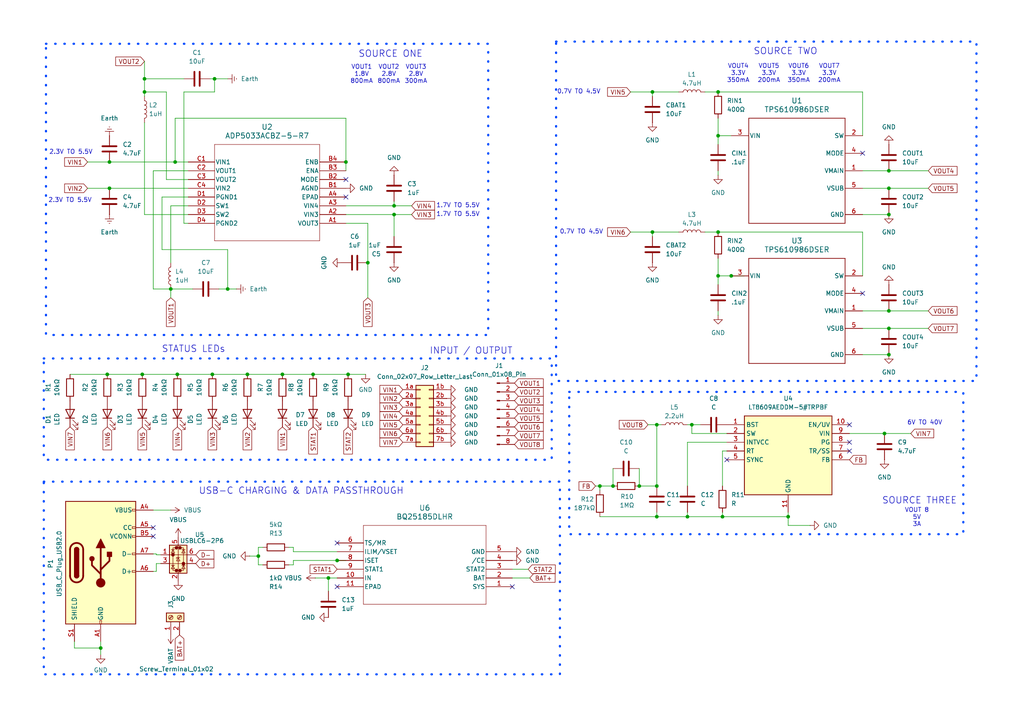
<source format=kicad_sch>
(kicad_sch (version 20231120) (generator "eeschema") (generator_version "8.0")
  (paper "A4")
  (junction (at 199.39 149.86))
  (junction (at 185.42 140.97))
  (junction (at 212.09 80.01))
  (junction (at 200.66 123.19))
  (junction (at 100.33 46.99))
  (junction (at 51.435 108.585))
  (junction (at 177.8 140.97))
  (junction (at 257.81 95.25))
  (junction (at 190.5 140.97))
  (junction (at 257.81 90.17))
  (junction (at 41.91 22.86))
  (junction (at 100.965 108.585))
  (junction (at 257.81 49.53))
  (junction (at 71.755 108.585))
  (junction (at 114.3 59.69))
  (junction (at 189.23 26.67))
  (junction (at 62.23 22.86))
  (junction (at 257.81 62.23))
  (junction (at 41.91 26.67))
  (junction (at 41.275 108.585))
  (junction (at 74.93 161.29))
  (junction (at 208.28 26.67))
  (junction (at 106.68 76.2))
  (junction (at 81.915 108.585))
  (junction (at 208.28 80.01))
  (junction (at 189.23 67.31))
  (junction (at 173.99 140.97))
  (junction (at 208.28 39.37))
  (junction (at 95.25 167.64))
  (junction (at 114.3 62.23))
  (junction (at 31.75 54.61))
  (junction (at 228.6 149.86))
  (junction (at 66.04 83.82))
  (junction (at 97.79 162.56))
  (junction (at 257.81 54.61))
  (junction (at 31.75 46.99))
  (junction (at 190.5 123.19))
  (junction (at 90.805 108.585))
  (junction (at 61.595 108.585))
  (junction (at 209.55 149.86))
  (junction (at 208.28 67.31))
  (junction (at 256.54 125.73))
  (junction (at 49.53 83.82))
  (junction (at 31.115 108.585))
  (junction (at 257.81 102.87))
  (junction (at 190.5 149.86))
  (junction (at 29.21 187.96))
  (junction (at 50.8 46.99))
  (no_connect (at 246.38 128.27))
  (no_connect (at 97.79 157.48))
  (no_connect (at 44.45 153.035))
  (no_connect (at 210.82 133.35))
  (no_connect (at 100.33 57.15))
  (no_connect (at 246.38 123.19))
  (no_connect (at 44.45 155.575))
  (no_connect (at 100.33 52.07))
  (no_connect (at 97.79 170.18))
  (no_connect (at 250.19 44.45))
  (no_connect (at 250.19 85.09))
  (no_connect (at 246.38 130.81))
  (no_connect (at 148.59 170.18))
  (wire (pts (xy 173.99 140.97) (xy 177.8 140.97)))
  (wire (pts (xy 189.23 67.31) (xy 189.23 68.58)))
  (wire (pts (xy 76.2 158.75) (xy 74.93 158.75)))
  (wire (pts (xy 45.3373 165.735) (xy 45.3373 163.4523)))
  (wire (pts (xy 250.19 62.23) (xy 257.81 62.23)))
  (wire (pts (xy 106.68 64.77) (xy 106.68 76.2)))
  (wire (pts (xy 53.34 26.67) (xy 62.23 26.67)))
  (wire (pts (xy 74.93 158.75) (xy 74.93 161.29)))
  (wire (pts (xy 54.61 62.23) (xy 41.91 62.23)))
  (wire (pts (xy 45.3373 160.655) (xy 45.3373 160.9123)))
  (wire (pts (xy 199.39 128.27) (xy 199.39 140.97)))
  (wire (pts (xy 41.91 26.67) (xy 48.26 26.67)))
  (wire (pts (xy 200.66 125.73) (xy 200.66 123.19)))
  (wire (pts (xy 68.58 83.82) (xy 66.04 83.82)))
  (wire (pts (xy 209.55 149.86) (xy 228.6 149.86)))
  (wire (pts (xy 151.8901 165.1074) (xy 151.8901 165.1)))
  (wire (pts (xy 46.99 57.15) (xy 46.99 72.39)))
  (wire (pts (xy 204.47 67.31) (xy 208.28 67.31)))
  (wire (pts (xy 85.09 163.83) (xy 85.09 162.56)))
  (wire (pts (xy 199.39 123.19) (xy 200.66 123.19)))
  (wire (pts (xy 250.19 80.01) (xy 250.19 67.31)))
  (wire (pts (xy 228.6 148.59) (xy 228.6 149.86)))
  (wire (pts (xy 246.38 125.73) (xy 256.54 125.73)))
  (wire (pts (xy 185.42 135.89) (xy 185.42 140.97)))
  (wire (pts (xy 208.28 26.67) (xy 250.19 26.67)))
  (wire (pts (xy 54.61 64.77) (xy 53.34 64.77)))
  (wire (pts (xy 51.435 108.585) (xy 61.595 108.585)))
  (wire (pts (xy 31.75 54.61) (xy 54.61 54.61)))
  (wire (pts (xy 49.53 83.82) (xy 55.88 83.82)))
  (wire (pts (xy 100.33 34.29) (xy 50.8 34.29)))
  (wire (pts (xy 189.23 26.67) (xy 189.23 27.94)))
  (wire (pts (xy 81.915 108.585) (xy 90.805 108.585)))
  (wire (pts (xy 48.26 26.67) (xy 48.26 52.07)))
  (wire (pts (xy 208.28 80.01) (xy 208.28 82.55)))
  (wire (pts (xy 46.99 72.39) (xy 66.04 72.39)))
  (wire (pts (xy 44.45 49.53) (xy 44.45 83.82)))
  (wire (pts (xy 182.88 67.31) (xy 189.23 67.31)))
  (wire (pts (xy 50.8 34.29) (xy 50.8 46.99)))
  (wire (pts (xy 50.8 46.99) (xy 54.61 46.99)))
  (wire (pts (xy 49.53 59.69) (xy 49.53 76.2)))
  (wire (pts (xy 153.67 167.64) (xy 148.59 167.64)))
  (wire (pts (xy 54.61 59.69) (xy 49.53 59.69)))
  (wire (pts (xy 215.9 80.01) (xy 212.09 80.01)))
  (wire (pts (xy 74.93 161.29) (xy 72.39 161.29)))
  (wire (pts (xy 31.115 108.585) (xy 41.275 108.585)))
  (wire (pts (xy 31.75 46.99) (xy 50.8 46.99)))
  (wire (pts (xy 85.09 163.83) (xy 83.82 163.83)))
  (wire (pts (xy 100.33 62.23) (xy 114.3 62.23)))
  (wire (pts (xy 100.33 49.53) (xy 100.33 46.99)))
  (wire (pts (xy 189.23 26.67) (xy 196.85 26.67)))
  (wire (pts (xy 250.19 39.37) (xy 250.19 26.67)))
  (wire (pts (xy 71.755 108.585) (xy 81.915 108.585)))
  (wire (pts (xy 114.3 59.69) (xy 119.38 59.69)))
  (wire (pts (xy 85.09 158.75) (xy 83.82 158.75)))
  (wire (pts (xy 257.81 49.53) (xy 269.24 49.53)))
  (wire (pts (xy 151.8901 165.1) (xy 148.59 165.1)))
  (wire (pts (xy 114.3 58.42) (xy 114.3 59.69)))
  (wire (pts (xy 25.4 46.99) (xy 31.75 46.99)))
  (wire (pts (xy 29.21 187.96) (xy 29.21 189.865)))
  (wire (pts (xy 208.28 34.29) (xy 208.28 39.37)))
  (wire (pts (xy 41.275 108.585) (xy 51.435 108.585)))
  (wire (pts (xy 153.1915 165.1074) (xy 151.8901 165.1074)))
  (wire (pts (xy 44.45 165.735) (xy 45.3373 165.735)))
  (wire (pts (xy 100.33 162.56) (xy 97.79 162.56)))
  (wire (pts (xy 54.61 57.15) (xy 46.99 57.15)))
  (wire (pts (xy 208.28 90.17) (xy 208.28 91.44)))
  (wire (pts (xy 66.04 83.82) (xy 63.5 83.82)))
  (wire (pts (xy 257.81 54.61) (xy 269.24 54.61)))
  (wire (pts (xy 256.54 125.73) (xy 264.16 125.73)))
  (wire (pts (xy 190.5 149.86) (xy 199.39 149.86)))
  (wire (pts (xy 29.21 186.055) (xy 29.21 187.96)))
  (wire (pts (xy 190.5 123.19) (xy 190.5 140.97)))
  (wire (pts (xy 228.6 149.86) (xy 228.6 152.4)))
  (wire (pts (xy 114.3 62.23) (xy 119.38 62.23)))
  (wire (pts (xy 199.39 148.59) (xy 199.39 149.86)))
  (wire (pts (xy 25.4 54.61) (xy 31.75 54.61)))
  (wire (pts (xy 208.28 49.53) (xy 208.28 50.8)))
  (wire (pts (xy 177.8 135.89) (xy 177.8 140.97)))
  (wire (pts (xy 250.19 49.53) (xy 257.81 49.53)))
  (wire (pts (xy 114.3 62.23) (xy 114.3 68.58)))
  (wire (pts (xy 250.19 102.87) (xy 257.81 102.87)))
  (wire (pts (xy 95.25 167.64) (xy 97.79 167.64)))
  (wire (pts (xy 204.47 26.67) (xy 208.28 26.67)))
  (wire (pts (xy 208.28 80.01) (xy 212.09 80.01)))
  (wire (pts (xy 100.33 64.77) (xy 106.68 64.77)))
  (wire (pts (xy 173.99 140.97) (xy 173.99 142.24)))
  (wire (pts (xy 208.28 67.31) (xy 250.19 67.31)))
  (wire (pts (xy 91.44 167.64) (xy 95.25 167.64)))
  (wire (pts (xy 66.04 72.39) (xy 66.04 83.82)))
  (wire (pts (xy 250.19 95.25) (xy 257.81 95.25)))
  (wire (pts (xy 210.82 128.27) (xy 199.39 128.27)))
  (wire (pts (xy 257.81 95.25) (xy 269.24 95.25)))
  (wire (pts (xy 85.09 162.56) (xy 97.79 162.56)))
  (wire (pts (xy 210.82 130.81) (xy 209.55 130.81)))
  (wire (pts (xy 61.595 108.585) (xy 71.755 108.585)))
  (wire (pts (xy 228.6 152.4) (xy 234.95 152.4)))
  (wire (pts (xy 190.5 148.59) (xy 190.5 149.86)))
  (wire (pts (xy 44.45 147.955) (xy 49.53 147.955)))
  (wire (pts (xy 85.09 160.02) (xy 97.79 160.02)))
  (wire (pts (xy 54.61 49.53) (xy 44.45 49.53)))
  (wire (pts (xy 185.42 140.97) (xy 190.5 140.97)))
  (wire (pts (xy 106.68 76.2) (xy 106.68 86.36)))
  (wire (pts (xy 257.81 90.17) (xy 269.24 90.17)))
  (wire (pts (xy 54.61 52.07) (xy 48.26 52.07)))
  (wire (pts (xy 210.82 125.73) (xy 200.66 125.73)))
  (wire (pts (xy 44.45 160.655) (xy 45.3373 160.655)))
  (wire (pts (xy 45.3373 163.4523) (xy 46.6073 163.4523)))
  (wire (pts (xy 53.34 26.67) (xy 53.34 64.77)))
  (wire (pts (xy 172.72 140.97) (xy 173.99 140.97)))
  (wire (pts (xy 209.55 148.59) (xy 209.55 149.86)))
  (wire (pts (xy 49.53 83.82) (xy 49.53 86.36)))
  (wire (pts (xy 173.99 149.86) (xy 190.5 149.86)))
  (wire (pts (xy 100.965 108.585) (xy 106.045 108.585)))
  (wire (pts (xy 182.88 26.67) (xy 189.23 26.67)))
  (wire (pts (xy 190.5 123.19) (xy 191.77 123.19)))
  (wire (pts (xy 189.23 67.31) (xy 196.85 67.31)))
  (wire (pts (xy 21.59 186.055) (xy 21.59 187.96)))
  (wire (pts (xy 208.28 39.37) (xy 212.09 39.37)))
  (wire (pts (xy 90.805 108.585) (xy 100.965 108.585)))
  (wire (pts (xy 250.19 90.17) (xy 257.81 90.17)))
  (wire (pts (xy 41.91 26.67) (xy 41.91 27.94)))
  (wire (pts (xy 200.66 123.19) (xy 203.2 123.19)))
  (wire (pts (xy 20.32 108.585) (xy 31.115 108.585)))
  (wire (pts (xy 76.2 163.83) (xy 74.93 163.83)))
  (wire (pts (xy 187.96 123.19) (xy 190.5 123.19)))
  (wire (pts (xy 41.91 26.67) (xy 41.91 22.86)))
  (wire (pts (xy 199.39 149.86) (xy 209.55 149.86)))
  (wire (pts (xy 100.33 59.69) (xy 114.3 59.69)))
  (wire (pts (xy 60.96 22.86) (xy 62.23 22.86)))
  (wire (pts (xy 41.91 17.78) (xy 41.91 22.86)))
  (wire (pts (xy 41.91 35.56) (xy 41.91 62.23)))
  (wire (pts (xy 62.23 26.67) (xy 62.23 22.86)))
  (wire (pts (xy 208.28 39.37) (xy 208.28 41.91)))
  (wire (pts (xy 62.23 22.86) (xy 66.04 22.86)))
  (wire (pts (xy 41.91 22.86) (xy 53.34 22.86)))
  (wire (pts (xy 208.28 74.93) (xy 208.28 80.01)))
  (wire (pts (xy 45.3373 160.9123) (xy 46.6073 160.9123)))
  (wire (pts (xy 74.93 163.83) (xy 74.93 161.29)))
  (wire (pts (xy 100.33 46.99) (xy 100.33 34.29)))
  (wire (pts (xy 95.25 171.45) (xy 95.25 167.64)))
  (wire (pts (xy 250.19 54.61) (xy 257.81 54.61)))
  (wire (pts (xy 85.09 158.75) (xy 85.09 160.02)))
  (wire (pts (xy 44.45 83.82) (xy 49.53 83.82)))
  (wire (pts (xy 21.59 187.96) (xy 29.21 187.96)))
  (wire (pts (xy 209.55 130.81) (xy 209.55 140.97)))
  (rectangle (start 165.1 113.665) (end 279.4 154.94) (stroke (width 0.635) (type dot) (color 0 66 255 1)))
  (rectangle (start 12.7 139.7) (end 162.3939 195.58) (stroke (width 0.635) (type dot) (color 0 66 255 1)))
  (rectangle (start 161.29 12.065) (end 283.21 110.49) (stroke (width 0.635) (type dot) (color 0 66 255 1)))
  (rectangle (start 13.335 12.7) (end 141.605 97.155) (stroke (width 0.635) (type dot) (color 0 66 255 1)))
  (rectangle (start 12.7 103.9707) (end 160.02 133.35) (stroke (width 0.635) (type dot) (color 0 66 255 1)))
  (text "VOUT1\n1.8V\n800mA\n" (at 104.902 21.59 0) (effects (font (size 1.27 1.27))))
  (text "SOURCE TWO" (at 227.838 14.986 0) (effects (font (size 1.905 1.905))))
  (text "VOUT6\n3.3V\n350mA" (at 231.648 21.336 0) (effects (font (size 1.27 1.27))))
  (text "VOUT3\n2.8V\n300mA\n" (at 120.65 21.59 0) (effects (font (size 1.27 1.27))))
  (text "6V TO 40V" (at 268.224 122.682 0) (effects (font (size 1.27 1.27))))
  (text "2.3V TO 5.5V" (at 20.32 58.166 0) (effects (font (size 1.27 1.27))))
  (text "VOUT4\n3.3V\n350mA" (at 214.122 21.336 0) (effects (font (size 1.27 1.27))))
  (text "INPUT / OUTPUT" (at 136.652 101.854 0) (effects (font (size 1.905 1.905))))
  (text "0.7V TO 4.5V" (at 168.656 67.31 0) (effects (font (size 1.27 1.27))))
  (text "SOURCE THREE" (at 266.7 145.288 0) (effects (font (size 1.905 1.905))))
  (text "1.7V TO 5.5V" (at 132.842 62.23 0) (effects (font (size 1.27 1.27))))
  (text "VOUT 8\n5V\n3A" (at 265.938 150.114 0) (effects (font (size 1.27 1.27))))
  (text "2.3V TO 5.5V" (at 20.574 44.196 0) (effects (font (size 1.27 1.27))))
  (text "VOUT7\n3.3V\n200mA\n\n" (at 240.538 22.352 0) (effects (font (size 1.27 1.27))))
  (text "VOUT2\n2.8V\n800mA\n" (at 112.776 21.59 0) (effects (font (size 1.27 1.27))))
  (text "0.7V TO 4.5V" (at 167.894 26.67 0) (effects (font (size 1.27 1.27))))
  (text "SOURCE ONE" (at 113.284 15.748 0) (effects (font (size 1.905 1.905))))
  (text "VOUT5\n3.3V\n200mA\n\n" (at 223.012 22.352 0) (effects (font (size 1.27 1.27))))
  (text "USB-C CHARGING & DATA PASSTHROUGH" (at 87.376 142.494 0) (effects (font (size 1.905 1.905))))
  (text "1.7V TO 5.5V" (at 132.842 59.69 0) (effects (font (size 1.27 1.27))))
  (text "STATUS LEDs" (at 56.134 101.346 0) (effects (font (size 1.905 1.905))))
  (global_label "VIN2" (shape input) (at 25.4 54.61 180) (property "Intersheetrefs" "${INTERSHEET_REFS}" (effects (hide yes))))
  (global_label "STAT2" (shape input) (at 100.965 123.825 270) (property "Intersheetrefs" "${INTERSHEET_REFS}" (effects (hide yes))))
  (global_label "D+" (shape input) (at 56.7673 163.4523 0) (property "Intersheetrefs" "${INTERSHEET_REFS}" (effects (hide yes))))
  (global_label "BAT+" (shape input) (at 52.07 184.15 270) (property "Intersheetrefs" "${INTERSHEET_REFS}" (effects (hide yes))))
  (global_label "VOUT7" (shape input) (at 149.225 126.365 0) (property "Intersheetrefs" "${INTERSHEET_REFS}" (effects (hide yes))))
  (global_label "VIN4" (shape input) (at 116.84 120.65 180) (property "Intersheetrefs" "${INTERSHEET_REFS}" (effects (hide yes))))
  (global_label "VIN3" (shape input) (at 119.38 62.23 0) (property "Intersheetrefs" "${INTERSHEET_REFS}" (effects (hide yes))))
  (global_label "VIN7" (shape input) (at 264.16 125.73 0) (property "Intersheetrefs" "${INTERSHEET_REFS}" (effects (hide yes))))
  (global_label "VIN6" (shape input) (at 116.84 125.73 180) (property "Intersheetrefs" "${INTERSHEET_REFS}" (effects (hide yes))))
  (global_label "VOUT8" (shape input) (at 187.96 123.19 180) (property "Intersheetrefs" "${INTERSHEET_REFS}" (effects (hide yes))))
  (global_label "VIN6" (shape input) (at 182.88 67.31 180) (property "Intersheetrefs" "${INTERSHEET_REFS}" (effects (hide yes))))
  (global_label "VOUT1" (shape input) (at 49.53 86.36 270) (property "Intersheetrefs" "${INTERSHEET_REFS}" (effects (hide yes))))
  (global_label "VIN3" (shape input) (at 116.84 118.11 180) (property "Intersheetrefs" "${INTERSHEET_REFS}" (effects (hide yes))))
  (global_label "VOUT6" (shape input) (at 269.24 90.17 0) (property "Intersheetrefs" "${INTERSHEET_REFS}" (effects (hide yes))))
  (global_label "VOUT1" (shape input) (at 149.225 111.125 0) (property "Intersheetrefs" "${INTERSHEET_REFS}" (effects (hide yes))))
  (global_label "VIN2" (shape input) (at 116.84 115.57 180) (property "Intersheetrefs" "${INTERSHEET_REFS}" (effects (hide yes))))
  (global_label "VIN2" (shape input) (at 71.755 123.825 270) (property "Intersheetrefs" "${INTERSHEET_REFS}" (effects (hide yes))))
  (global_label "VOUT2" (shape input) (at 41.91 17.78 180) (property "Intersheetrefs" "${INTERSHEET_REFS}" (effects (hide yes))))
  (global_label "VIN3" (shape input) (at 61.595 123.825 270) (property "Intersheetrefs" "${INTERSHEET_REFS}" (effects (hide yes))))
  (global_label "VIN5" (shape input) (at 41.275 123.825 270) (property "Intersheetrefs" "${INTERSHEET_REFS}" (effects (hide yes))))
  (global_label "STAT2" (shape input) (at 153.1915 165.1074 0) (property "Intersheetrefs" "${INTERSHEET_REFS}" (effects (hide yes))))
  (global_label "VIN6" (shape input) (at 31.115 123.825 270) (property "Intersheetrefs" "${INTERSHEET_REFS}" (effects (hide yes))))
  (global_label "BAT+" (shape input) (at 153.67 167.64 0) (property "Intersheetrefs" "${INTERSHEET_REFS}" (effects (hide yes))))
  (global_label "D-" (shape input) (at 56.7673 160.9123 0) (property "Intersheetrefs" "${INTERSHEET_REFS}" (effects (hide yes))))
  (global_label "VOUT2" (shape input) (at 149.225 113.665 0) (property "Intersheetrefs" "${INTERSHEET_REFS}" (effects (hide yes))))
  (global_label "VIN4" (shape input) (at 51.435 123.825 270) (property "Intersheetrefs" "${INTERSHEET_REFS}" (effects (hide yes))))
  (global_label "VIN5" (shape input) (at 182.88 26.67 180) (property "Intersheetrefs" "${INTERSHEET_REFS}" (effects (hide yes))))
  (global_label "FB" (shape input) (at 172.72 140.97 180) (property "Intersheetrefs" "${INTERSHEET_REFS}" (effects (hide yes))))
  (global_label "VOUT3" (shape input) (at 106.68 86.36 270) (property "Intersheetrefs" "${INTERSHEET_REFS}" (effects (hide yes))))
  (global_label "VIN1" (shape input) (at 25.4 46.99 180) (property "Intersheetrefs" "${INTERSHEET_REFS}" (effects (hide yes))))
  (global_label "VIN7" (shape input) (at 116.84 128.27 180) (property "Intersheetrefs" "${INTERSHEET_REFS}" (effects (hide yes))))
  (global_label "VOUT4" (shape input) (at 149.225 118.745 0) (property "Intersheetrefs" "${INTERSHEET_REFS}" (effects (hide yes))))
  (global_label "VOUT6" (shape input) (at 149.225 123.825 0) (property "Intersheetrefs" "${INTERSHEET_REFS}" (effects (hide yes))))
  (global_label "VOUT4" (shape input) (at 269.24 49.53 0) (property "Intersheetrefs" "${INTERSHEET_REFS}" (effects (hide yes))))
  (global_label "VOUT8" (shape input) (at 149.225 128.905 0) (property "Intersheetrefs" "${INTERSHEET_REFS}" (effects (hide yes))))
  (global_label "FB" (shape input) (at 246.38 133.35 0) (property "Intersheetrefs" "${INTERSHEET_REFS}" (effects (hide yes))))
  (global_label "VOUT3" (shape input) (at 149.225 116.205 0) (property "Intersheetrefs" "${INTERSHEET_REFS}" (effects (hide yes))))
  (global_label "VIN1" (shape input) (at 116.84 113.03 180) (property "Intersheetrefs" "${INTERSHEET_REFS}" (effects (hide yes))))
  (global_label "VOUT5" (shape input) (at 149.225 121.285 0) (property "Intersheetrefs" "${INTERSHEET_REFS}" (effects (hide yes))))
  (global_label "VIN7" (shape input) (at 20.32 123.825 270) (property "Intersheetrefs" "${INTERSHEET_REFS}" (effects (hide yes))))
  (global_label "VOUT7" (shape input) (at 269.24 95.25 0) (property "Intersheetrefs" "${INTERSHEET_REFS}" (effects (hide yes))))
  (global_label "VIN5" (shape input) (at 116.84 123.19 180) (property "Intersheetrefs" "${INTERSHEET_REFS}" (effects (hide yes))))
  (global_label "VIN1" (shape input) (at 81.915 123.825 270) (property "Intersheetrefs" "${INTERSHEET_REFS}" (effects (hide yes))))
  (global_label "STAT1" (shape input) (at 90.805 123.825 270) (property "Intersheetrefs" "${INTERSHEET_REFS}" (effects (hide yes))))
  (global_label "VIN4" (shape input) (at 119.38 59.69 0) (property "Intersheetrefs" "${INTERSHEET_REFS}" (effects (hide yes))))
  (global_label "STAT1" (shape input) (at 97.79 165.1 180) (property "Intersheetrefs" "${INTERSHEET_REFS}" (effects (hide yes))))
  (global_label "VOUT5" (shape input) (at 269.24 54.61 0) (property "Intersheetrefs" "${INTERSHEET_REFS}" (effects (hide yes))))
  (symbol (lib_id "Device:C") (at 189.23 31.75 0) (unit 1)
    (property "Reference" "CBAT1" (at 193.04 30.4799 0) (effects (justify left)))
    (property "Value" "10uF" (at 193.04 33.0199 0) (effects (justify left)))
    (property "Footprint" "Capacitor_SMD:C_0805_2012Metric" (effects (hide yes)))
    (property "Description" "Unpolarized capacitor" (effects (hide yes)))
  )
  (symbol (lib_id "Device:C") (at 181.61 135.89 90) (unit 1)
    (property "Reference" "C10" (at 181.61 128.27 90))
    (property "Value" "C" (at 181.61 130.81 90))
    (property "Footprint" "Capacitor_SMD:C_0805_2012Metric" (effects (hide yes)))
    (property "Description" "Unpolarized capacitor" (effects (hide yes)))
  )
  (symbol (lib_id "Connector:Screw_Terminal_01x02") (at 49.53 179.07 90) (unit 1)
    (property "Reference" "J3" (at 49.5299 176.53 0) (effects (justify left)))
    (property "Value" "Screw_Terminal_01x02" (at 61.976 194.056 90) (effects (justify left)))
    (property "Footprint" "Connector_Phoenix_MSTB:PhoenixContact_MSTBA_2,5_2-G-5,08_1x02_P5.08mm_Horizontal" (effects (hide yes)))
    (property "Description" "Generic screw terminal, single row, 01x02, script generated (kicad-library-utils/schlib/autogen/connector/)" (effects (hide yes)))
  )
  (symbol (lib_id "power:GND") (at 148.59 160.02 90) (unit 1)
    (property "Reference" "#PWR029" (effects (hide yes)))
    (property "Value" "GND" (at 152.4 160.0201 90) (effects (justify right)))
    (property "Description" "Power symbol creates a global label with name \"GND\" , ground" (effects (hide yes)))
  )
  (symbol (lib_id "Device:LED") (at 61.595 120.015 90) (unit 1)
    (property "Reference" "D5" (at 55.245 121.6025 0))
    (property "Value" "LED" (at 57.785 121.6025 0))
    (property "Footprint" "LED_SMD:LED_0805_2012Metric" (effects (hide yes)))
    (property "Description" "Light emitting diode" (effects (hide yes)))
  )
  (symbol (lib_id "Power_Protection:USBLC6-2P6") (at 51.6873 160.9123 0) (unit 1)
    (property "Reference" "U5" (at 56.5133 155.0703 0) (effects (justify left)))
    (property "Value" "USBLC6-2P6" (at 52.1953 156.8483 0) (effects (justify left)))
    (property "Footprint" "Package_TO_SOT_SMD:SOT-666" (effects (hide yes)))
    (property "Datasheet" "https://www.st.com/resource/en/datasheet/usblc6-2.pdf" (effects (hide yes)))
    (property "Description" "Very low capacitance ESD protection diode, 2 data-line, SOT-666" (effects (hide yes)))
  )
  (symbol (lib_id "power:GND") (at 114.3 50.8 180) (unit 1)
    (property "Reference" "#PWR05" (effects (hide yes)))
    (property "Value" "GND" (at 114.3 45.72 0))
    (property "Description" "Power symbol creates a global label with name \"GND\" , ground" (effects (hide yes)))
  )
  (symbol (lib_id "Device:R") (at 208.28 71.12 0) (unit 1)
    (property "Reference" "RIN2" (at 210.82 69.8499 0) (effects (justify left)))
    (property "Value" "400Ω" (at 210.82 72.3899 0) (effects (justify left)))
    (property "Footprint" "Resistor_SMD:R_0805_2012Metric" (effects (hide yes)))
    (property "Description" "Resistor" (effects (hide yes)))
  )
  (symbol (lib_id "Device:L") (at 49.53 80.01 180) (unit 1)
    (property "Reference" "L4" (at 50.8 78.7399 0) (effects (justify right)))
    (property "Value" "1uH" (at 50.8 81.2799 0) (effects (justify right)))
    (property "Footprint" "Inductor_SMD:L_0805_2012Metric" (effects (hide yes)))
    (property "Description" "Inductor" (effects (hide yes)))
  )
  (symbol (lib_id "Device:C") (at 208.28 86.36 0) (unit 1)
    (property "Reference" "CIN2" (at 212.09 85.0899 0) (effects (justify left)))
    (property "Value" ".1uF" (at 212.09 87.6299 0) (effects (justify left)))
    (property "Footprint" "Capacitor_SMD:C_0805_2012Metric" (effects (hide yes)))
    (property "Description" "Unpolarized capacitor" (effects (hide yes)))
  )
  (symbol (lib_id "Device:R") (at 209.55 144.78 0) (unit 1)
    (property "Reference" "R11" (at 212.09 143.5099 0) (effects (justify left)))
    (property "Value" "R" (at 212.09 146.0499 0) (effects (justify left)))
    (property "Footprint" "Resistor_SMD:R_0805_2012Metric" (effects (hide yes)))
    (property "Description" "Resistor" (effects (hide yes)))
  )
  (symbol (lib_id "Device:R") (at 31.115 112.395 0) (unit 1)
    (property "Reference" "R2" (at 24.765 112.395 90))
    (property "Value" "10kΩ" (at 27.305 112.395 90))
    (property "Footprint" "Resistor_SMD:R_0805_2012Metric" (effects (hide yes)))
    (property "Description" "Resistor" (effects (hide yes)))
  )
  (symbol (lib_id "Device:R") (at 181.61 140.97 90) (unit 1)
    (property "Reference" "R10" (at 181.864 144.018 90))
    (property "Value" "1MΩ" (at 181.864 146.558 90))
    (property "Footprint" "Resistor_SMD:R_0805_2012Metric" (effects (hide yes)))
    (property "Description" "Resistor" (effects (hide yes)))
  )
  (symbol (lib_id "Device:C") (at 199.39 144.78 0) (unit 1)
    (property "Reference" "C12" (at 203.2 143.5099 0) (effects (justify left)))
    (property "Value" "C" (at 203.2 146.0499 0) (effects (justify left)))
    (property "Footprint" "Capacitor_SMD:C_0805_2012Metric" (effects (hide yes)))
    (property "Description" "Unpolarized capacitor" (effects (hide yes)))
  )
  (symbol (lib_id "power:Earth") (at 66.04 22.86 90) (unit 1)
    (property "Reference" "#PWR01" (effects (hide yes)))
    (property "Value" "Earth" (at 69.85 22.8599 90) (effects (justify right)))
    (property "Description" "Power symbol creates a global label with name \"Earth\"" (effects (hide yes)))
  )
  (symbol (lib_id "Device:LED") (at 31.115 120.015 90) (unit 1)
    (property "Reference" "D2" (at 24.765 121.6025 0))
    (property "Value" "LED" (at 27.305 121.6025 0))
    (property "Footprint" "LED_SMD:LED_0805_2012Metric" (effects (hide yes)))
    (property "Description" "Light emitting diode" (effects (hide yes)))
  )
  (symbol (lib_id "Device:R") (at 80.01 158.75 270) (unit 1)
    (property "Reference" "R13" (at 80.01 154.686 90))
    (property "Value" "5kΩ" (at 80.01 152.146 90))
    (property "Footprint" "Resistor_SMD:R_0805_2012Metric" (effects (hide yes)))
    (property "Description" "Resistor" (effects (hide yes)))
  )
  (symbol (lib_id "Avionics (1):ADP5033ACBZ-5-R7") (at 100.33 64.77 180) (unit 1)
    (property "Reference" "U2" (at 77.47 36.83 0) (effects (font (size 1.524 1.524))))
    (property "Value" "ADP5033ACBZ-5-R7" (at 77.47 39.37 0) (effects (font (size 1.524 1.524))))
    (property "Footprint" "Avionics:CB_16_8_ADI" (effects (hide yes)))
    (property "Datasheet" "ADP5033ACBZ-5-R7" (effects (hide yes)))
  )
  (symbol (lib_id "power:GND") (at 129.54 118.11 90) (unit 1)
    (property "Reference" "#PWR020" (effects (hide yes)))
    (property "Value" "GND" (at 134.62 118.1099 90) (effects (justify right)))
    (property "Description" "Power symbol creates a global label with name \"GND\" , ground" (effects (hide yes)))
  )
  (symbol (lib_id "Connector_Generic:Conn_02x07_Row_Letter_Last") (at 121.92 120.65 0) (unit 1)
    (property "Reference" "J2" (at 123.19 106.68 0))
    (property "Value" "Conn_02x07_Row_Letter_Last" (at 123.19 109.22 0))
    (property "Footprint" "Connector_Pin:Pin_D1.0mm_L10.0mm" (effects (hide yes)))
    (property "Description" "Generic connector, double row, 02x07, row letter last pin numbering scheme (pin number consists of a letter for the row and a number for the pin index in this row. 1a, ..., Na; 1b, ..., Nb)), script generated (kicad-library-utils/schlib/autogen/connector/)" (effects (hide yes)))
  )
  (symbol (lib_id "Device:C") (at 59.69 83.82 270) (unit 1)
    (property "Reference" "C7" (at 59.69 76.2 90))
    (property "Value" "10uF" (at 59.69 78.74 90))
    (property "Footprint" "Capacitor_SMD:C_0805_2012Metric" (effects (hide yes)))
    (property "Description" "Unpolarized capacitor" (effects (hide yes)))
  )
  (symbol (lib_id "power:GND") (at 72.39 161.29 270) (unit 1)
    (property "Reference" "#PWR030" (effects (hide yes)))
    (property "Value" "GND" (at 68.58 161.2901 90) (effects (justify right)))
    (property "Description" "Power symbol creates a global label with name \"GND\" , ground" (effects (hide yes)))
  )
  (symbol (lib_id "Device:L") (at 200.66 26.67 90) (unit 1)
    (property "Reference" "L1" (at 200.66 21.59 90))
    (property "Value" "4.7uH" (at 200.66 24.13 90))
    (property "Footprint" "Inductor_SMD:L_0805_2012Metric" (effects (hide yes)))
    (property "Description" "Inductor" (effects (hide yes)))
  )
  (symbol (lib_id "Device:R") (at 100.965 112.395 0) (unit 1)
    (property "Reference" "R9" (at 94.615 112.395 90))
    (property "Value" "10kΩ" (at 97.155 112.395 90))
    (property "Footprint" "Resistor_SMD:R_0805_2012Metric" (effects (hide yes)))
    (property "Description" "Resistor" (effects (hide yes)))
  )
  (symbol (lib_id "Device:LED") (at 100.965 120.015 90) (unit 1)
    (property "Reference" "D9" (at 104.775 120.3324 90) (effects (justify right)))
    (property "Value" "LED" (at 104.775 122.8724 90) (effects (justify right)))
    (property "Footprint" "LED_SMD:LED_0805_2012Metric" (effects (hide yes)))
    (property "Description" "Light emitting diode" (effects (hide yes)))
  )
  (symbol (lib_id "Device:C") (at 208.28 45.72 0) (unit 1)
    (property "Reference" "CIN1" (at 212.09 44.4499 0) (effects (justify left)))
    (property "Value" ".1uF" (at 212.09 46.9899 0) (effects (justify left)))
    (property "Footprint" "Capacitor_SMD:C_0805_2012Metric" (effects (hide yes)))
    (property "Description" "Unpolarized capacitor" (effects (hide yes)))
  )
  (symbol (lib_id "Device:LED") (at 20.32 120.015 90) (unit 1)
    (property "Reference" "D1" (at 13.97 121.6025 0))
    (property "Value" "LED" (at 16.51 121.6025 0))
    (property "Footprint" "LED_SMD:LED_0805_2012Metric" (effects (hide yes)))
    (property "Description" "Light emitting diode" (effects (hide yes)))
  )
  (symbol (lib_id "power:GND") (at 257.81 41.91 180) (unit 1)
    (property "Reference" "#PWR04" (effects (hide yes)))
    (property "Value" "GND" (at 257.81 36.83 0))
    (property "Description" "Power symbol creates a global label with name \"GND\" , ground" (effects (hide yes)))
  )
  (symbol (lib_id "power:GND") (at 29.21 189.865 0) (unit 1)
    (property "Reference" "#PWR036" (effects (hide yes)))
    (property "Value" "GND" (at 29.21 194.3548 0))
    (property "Description" "Power symbol creates a global label with name \"GND\" , ground" (effects (hide yes)))
  )
  (symbol (lib_id "Device:C") (at 256.54 129.54 0) (unit 1)
    (property "Reference" "C9" (at 260.35 128.2699 0) (effects (justify left)))
    (property "Value" "4.7uF" (at 260.35 130.8099 0) (effects (justify left)))
    (property "Footprint" "Capacitor_SMD:C_0805_2012Metric" (effects (hide yes)))
    (property "Description" "Unpolarized capacitor" (effects (hide yes)))
  )
  (symbol (lib_id "Device:C") (at 257.81 58.42 0) (unit 1)
    (property "Reference" "COUT2" (at 261.62 57.1499 0) (effects (justify left)))
    (property "Value" "10uF" (at 261.62 59.6899 0) (effects (justify left)))
    (property "Footprint" "Capacitor_SMD:C_0805_2012Metric" (effects (hide yes)))
    (property "Description" "Unpolarized capacitor" (effects (hide yes)))
  )
  (symbol (lib_id "power:GND") (at 51.6873 168.5323 0) (unit 1)
    (property "Reference" "#PWR033" (effects (hide yes)))
    (property "Value" "GND" (at 51.6873 173.6123 0))
    (property "Description" "Power symbol creates a global label with name \"GND\" , ground" (effects (hide yes)))
  )
  (symbol (lib_id "Device:L") (at 200.66 67.31 90) (unit 1)
    (property "Reference" "L3" (at 200.66 62.23 90))
    (property "Value" "4.7uH" (at 200.66 64.77 90))
    (property "Footprint" "Inductor_SMD:L_0805_2012Metric" (effects (hide yes)))
    (property "Description" "Inductor" (effects (hide yes)))
  )
  (symbol (lib_id "power:GND") (at 208.28 91.44 0) (unit 1)
    (property "Reference" "#PWR015" (effects (hide yes)))
    (property "Value" "GND" (at 208.28 96.52 0))
    (property "Description" "Power symbol creates a global label with name \"GND\" , ground" (effects (hide yes)))
  )
  (symbol (lib_id "power:GND") (at 129.54 120.65 90) (unit 1)
    (property "Reference" "#PWR021" (effects (hide yes)))
    (property "Value" "GND" (at 134.62 120.6499 90) (effects (justify right)))
    (property "Description" "Power symbol creates a global label with name \"GND\" , ground" (effects (hide yes)))
  )
  (symbol (lib_id "power:GND") (at 129.54 113.03 90) (unit 1)
    (property "Reference" "#PWR018" (effects (hide yes)))
    (property "Value" "GND" (at 134.62 113.0299 90) (effects (justify right)))
    (property "Description" "Power symbol creates a global label with name \"GND\" , ground" (effects (hide yes)))
  )
  (symbol (lib_id "power:GND") (at 257.81 62.23 0) (unit 1)
    (property "Reference" "#PWR09" (effects (hide yes)))
    (property "Value" "GND" (at 257.81 67.31 0))
    (property "Description" "Power symbol creates a global label with name \"GND\" , ground" (effects (hide yes)))
  )
  (symbol (lib_id "Device:C") (at 257.81 99.06 0) (unit 1)
    (property "Reference" "COUT4" (at 261.62 97.7899 0) (effects (justify left)))
    (property "Value" "10uF" (at 261.62 100.3299 0) (effects (justify left)))
    (property "Footprint" "Capacitor_SMD:C_0805_2012Metric" (effects (hide yes)))
    (property "Description" "Unpolarized capacitor" (effects (hide yes)))
  )
  (symbol (lib_id "power:GND") (at 208.28 50.8 0) (unit 1)
    (property "Reference" "#PWR06" (effects (hide yes)))
    (property "Value" "GND" (at 208.28 55.88 0))
    (property "Description" "Power symbol creates a global label with name \"GND\" , ground" (effects (hide yes)))
  )
  (symbol (lib_id "power:Earth") (at 31.75 39.37 180) (unit 1)
    (property "Reference" "#PWR03" (effects (hide yes)))
    (property "Value" "Earth" (at 31.75 34.29 0))
    (property "Description" "Power symbol creates a global label with name \"Earth\"" (effects (hide yes)))
  )
  (symbol (lib_id "Device:C") (at 257.81 86.36 180) (unit 1)
    (property "Reference" "COUT3" (at 261.62 85.0899 0) (effects (justify right)))
    (property "Value" "10uF" (at 261.62 87.6299 0) (effects (justify right)))
    (property "Footprint" "Capacitor_SMD:C_0805_2012Metric" (effects (hide yes)))
    (property "Description" "Unpolarized capacitor" (effects (hide yes)))
  )
  (symbol (lib_id "Avionics (1):LT8609AEDDM-5#TRPBF") (at 210.82 123.19 0) (unit 1)
    (property "Reference" "U4" (at 228.6 115.57 0))
    (property "Value" "LT8609AEDDM-5#TRPBF" (at 228.6 118.11 0))
    (property "Footprint" "SRAD_Avionics:LT8609AEDDMs" (effects (hide yes)))
    (property "Datasheet" "https://www.analog.com/media/en/technical-documentation/data-sheets/LT8609-8609A-8609B.pdf" (effects (hide yes)))
    (property "Description" "42V, 2A/3A PEAK SYNC BUCK REG W/" (effects (hide yes)))
    (property "Height" "0.85" (effects (hide yes)))
    (property "Mouser Part Number" "584-LT8609AEDDM-5#TR" (effects (hide yes)))
    (property "Mouser Price/Stock" "https://www.mouser.co.uk/ProductDetail/Analog-Devices/LT8609AEDDM-5TRPBF?qs=B6kkDfuK7%2FB%2F%252BOS8BU8yDg%3D%3D" (effects (hide yes)))
    (property "Manufacturer_Name" "Analog Devices" (effects (hide yes)))
    (property "Manufacturer_Part_Number" "LT8609AEDDM-5#TRPBF" (effects (hide yes)))
  )
  (symbol (lib_id "power:GND") (at 256.54 133.35 0) (unit 1)
    (property "Reference" "#PWR025" (effects (hide yes)))
    (property "Value" "GND" (at 256.54 138.43 0))
    (property "Description" "Power symbol creates a global label with name \"GND\" , ground" (effects (hide yes)))
  )
  (symbol (lib_id "power:GND") (at 114.3 76.2 0) (unit 1)
    (property "Reference" "#PWR011" (effects (hide yes)))
    (property "Value" "GND" (at 114.3 81.28 0))
    (property "Description" "Power symbol creates a global label with name \"GND\" , ground" (effects (hide yes)))
  )
  (symbol (lib_id "Device:L") (at 41.91 31.75 0) (unit 1)
    (property "Reference" "L2" (at 43.18 30.4799 0) (effects (justify left)))
    (property "Value" "1uH" (at 43.18 33.0199 0) (effects (justify left)))
    (property "Footprint" "Inductor_SMD:L_0805_2012Metric" (effects (hide yes)))
    (property "Description" "Inductor" (effects (hide yes)))
  )
  (symbol (lib_id "Device:C") (at 190.5 144.78 180) (unit 1)
    (property "Reference" "C11" (at 193.294 143.51 0) (effects (justify right)))
    (property "Value" "C" (at 193.294 146.05 0) (effects (justify right)))
    (property "Footprint" "Capacitor_SMD:C_0805_2012Metric" (effects (hide yes)))
    (property "Description" "Unpolarized capacitor" (effects (hide yes)))
  )
  (symbol (lib_id "Connector:USB_C_Plug_USB2.0") (at 29.21 163.195 0) (unit 1)
    (property "Reference" "P1" (at 14.6496 163.508 90))
    (property "Value" "USB_C_Plug_USB2.0" (at 17.1896 163.508 90))
    (property "Footprint" "Inductor_SMD:L_0805_2012Metric" (effects (hide yes)))
    (property "Datasheet" "https://www.usb.org/sites/default/files/documents/usb_type-c.zip" (effects (hide yes)))
    (property "Description" "USB 2.0-only Type-C Plug connector" (effects (hide yes)))
  )
  (symbol (lib_id "Device:C") (at 31.75 43.18 180) (unit 1)
    (property "Reference" "C2" (at 35.56 41.9099 0) (effects (justify right)))
    (property "Value" "4.7uF" (at 35.56 44.4499 0) (effects (justify right)))
    (property "Footprint" "Capacitor_SMD:C_0805_2012Metric" (effects (hide yes)))
    (property "Description" "Unpolarized capacitor" (effects (hide yes)))
  )
  (symbol (lib_id "Device:C") (at 189.23 72.39 0) (unit 1)
    (property "Reference" "CBAT2" (at 193.04 71.1199 0) (effects (justify left)))
    (property "Value" "10uF" (at 193.04 73.6599 0) (effects (justify left)))
    (property "Footprint" "Capacitor_SMD:C_0805_2012Metric" (effects (hide yes)))
    (property "Description" "Unpolarized capacitor" (effects (hide yes)))
  )
  (symbol (lib_id "Device:LED") (at 81.915 120.015 90) (unit 1)
    (property "Reference" "D7" (at 85.725 120.3324 90) (effects (justify right)))
    (property "Value" "LED" (at 85.725 122.8724 90) (effects (justify right)))
    (property "Footprint" "LED_SMD:LED_0805_2012Metric" (effects (hide yes)))
    (property "Description" "Light emitting diode" (effects (hide yes)))
  )
  (symbol (lib_id "Device:R") (at 41.275 112.395 0) (unit 1)
    (property "Reference" "R3" (at 34.925 112.395 90))
    (property "Value" "10kΩ" (at 37.465 112.395 90))
    (property "Footprint" "Resistor_SMD:R_0805_2012Metric" (effects (hide yes)))
    (property "Description" "Resistor" (effects (hide yes)))
  )
  (symbol (lib_id "power:GND") (at 129.54 123.19 90) (unit 1)
    (property "Reference" "#PWR022" (effects (hide yes)))
    (property "Value" "GND" (at 134.62 123.1899 90) (effects (justify right)))
    (property "Description" "Power symbol creates a global label with name \"GND\" , ground" (effects (hide yes)))
  )
  (symbol (lib_id "Device:C") (at 31.75 58.42 0) (unit 1)
    (property "Reference" "C4" (at 35.56 57.1499 0) (effects (justify left)))
    (property "Value" "4.7uF" (at 35.56 59.6899 0) (effects (justify left)))
    (property "Footprint" "Capacitor_SMD:C_0805_2012Metric" (effects (hide yes)))
    (property "Description" "Unpolarized capacitor" (effects (hide yes)))
  )
  (symbol (lib_id "Device:L") (at 195.58 123.19 90) (unit 1)
    (property "Reference" "L5" (at 195.58 118.11 90))
    (property "Value" "2.2uH" (at 195.58 120.65 90))
    (property "Footprint" "Inductor_SMD:L_0805_2012Metric" (effects (hide yes)))
    (property "Description" "Inductor" (effects (hide yes)))
  )
  (symbol (lib_id "power:VBUS") (at 49.53 147.955 270) (unit 1)
    (property "Reference" "#PWR026" (effects (hide yes)))
    (property "Value" "VBUS" (at 53.34 147.9549 90) (effects (justify left)))
    (property "Description" "Power symbol creates a global label with name \"VBUS\"" (effects (hide yes)))
  )
  (symbol (lib_id "power:VBUS") (at 51.6873 155.8323 0) (unit 1)
    (property "Reference" "#PWR028" (effects (hide yes)))
    (property "Value" "VBUS" (at 51.6873 150.7523 0))
    (property "Description" "Power symbol creates a global label with name \"VBUS\"" (effects (hide yes)))
  )
  (symbol (lib_id "power:GND") (at 129.54 115.57 90) (unit 1)
    (property "Reference" "#PWR019" (effects (hide yes)))
    (property "Value" "GND" (at 134.62 115.5699 90) (effects (justify right)))
    (property "Description" "Power symbol creates a global label with name \"GND\" , ground" (effects (hide yes)))
  )
  (symbol (lib_id "Device:R") (at 80.01 163.83 270) (unit 1)
    (property "Reference" "R14" (at 80.01 170.18 90))
    (property "Value" "1kΩ" (at 80.01 167.64 90))
    (property "Footprint" "Resistor_SMD:R_0805_2012Metric" (effects (hide yes)))
    (property "Description" "Resistor" (effects (hide yes)))
  )
  (symbol (lib_id "power:GND") (at 95.25 179.07 270) (unit 1)
    (property "Reference" "#PWR034" (effects (hide yes)))
    (property "Value" "GND" (at 91.44 179.0699 90) (effects (justify right)))
    (property "Description" "Power symbol creates a global label with name \"GND\" , ground" (effects (hide yes)))
  )
  (symbol (lib_id "power:GND") (at 129.54 128.27 90) (unit 1)
    (property "Reference" "#PWR024" (effects (hide yes)))
    (property "Value" "GND" (at 134.62 128.2699 90) (effects (justify right)))
    (property "Description" "Power symbol creates a global label with name \"GND\" , ground" (effects (hide yes)))
  )
  (symbol (lib_id "Device:C") (at 95.25 175.26 180) (unit 1)
    (property "Reference" "C13" (at 99.06 173.9899 0) (effects (justify right)))
    (property "Value" "1uF" (at 99.06 176.5299 0) (effects (justify right)))
    (property "Footprint" "Capacitor_SMD:C_0805_2012Metric" (effects (hide yes)))
    (property "Description" "Unpolarized capacitor" (effects (hide yes)))
  )
  (symbol (lib_id "Device:R") (at 81.915 112.395 0) (unit 1)
    (property "Reference" "R7" (at 75.565 112.395 90))
    (property "Value" "10kΩ" (at 78.105 112.395 90))
    (property "Footprint" "Resistor_SMD:R_0805_2012Metric" (effects (hide yes)))
    (property "Description" "Resistor" (effects (hide yes)))
  )
  (symbol (lib_id "power:VBUS") (at 91.44 167.64 90) (unit 1)
    (property "Reference" "#PWR032" (effects (hide yes)))
    (property "Value" "VBUS" (at 87.63 167.6401 90) (effects (justify left)))
    (property "Description" "Power symbol creates a global label with name \"VBUS\"" (effects (hide yes)))
  )
  (symbol (lib_id "Device:LED") (at 71.755 120.015 90) (unit 1)
    (property "Reference" "D6" (at 65.405 121.6025 0))
    (property "Value" "LED" (at 67.945 121.6025 0))
    (property "Footprint" "LED_SMD:LED_0805_2012Metric" (effects (hide yes)))
    (property "Description" "Light emitting diode" (effects (hide yes)))
  )
  (symbol (lib_id "power:GND") (at 257.81 102.87 0) (unit 1)
    (property "Reference" "#PWR016" (effects (hide yes)))
    (property "Value" "GND" (at 257.81 107.95 0))
    (property "Description" "Power symbol creates a global label with name \"GND\" , ground" (effects (hide yes)))
  )
  (symbol (lib_id "Device:C") (at 114.3 72.39 0) (unit 1)
    (property "Reference" "C5" (at 110.49 73.6601 0) (effects (justify right)))
    (property "Value" "1uF" (at 110.49 71.1201 0) (effects (justify right)))
    (property "Footprint" "Capacitor_SMD:C_0805_2012Metric" (effects (hide yes)))
    (property "Description" "Unpolarized capacitor" (effects (hide yes)))
  )
  (symbol (lib_id "Device:R") (at 173.99 146.05 180) (unit 1)
    (property "Reference" "R12" (at 168.402 144.78 0) (effects (justify right)))
    (property "Value" "187kΩ" (at 166.37 147.32 0) (effects (justify right)))
    (property "Footprint" "Resistor_SMD:R_0805_2012Metric" (effects (hide yes)))
    (property "Description" "Resistor" (effects (hide yes)))
  )
  (symbol (lib_id "Avionics (1):BQ25185DLHR") (at 148.59 170.18 180) (unit 1)
    (property "Reference" "U6" (at 123.19 147.32 0) (effects (font (size 1.524 1.524))))
    (property "Value" "BQ25185DLHR" (at 123.19 149.86 0) (effects (font (size 1.524 1.524))))
    (property "Footprint" "SRAD_Avionics:BQ25185DLHR" (effects (hide yes)))
    (property "Datasheet" "BQ25185DLHR" (effects (hide yes)))
  )
  (symbol (lib_id "power:GND") (at 257.81 82.55 180) (unit 1)
    (property "Reference" "#PWR013" (effects (hide yes)))
    (property "Value" "GND" (at 257.81 77.47 0))
    (property "Description" "Power symbol creates a global label with name \"GND\" , ground" (effects (hide yes)))
  )
  (symbol (lib_id "Device:R") (at 61.595 112.395 0) (unit 1)
    (property "Reference" "R5" (at 55.245 112.395 90))
    (property "Value" "10kΩ" (at 57.785 112.395 90))
    (property "Footprint" "Resistor_SMD:R_0805_2012Metric" (effects (hide yes)))
    (property "Description" "Resistor" (effects (hide yes)))
  )
  (symbol (lib_id "Device:R") (at 51.435 112.395 0) (unit 1)
    (property "Reference" "R4" (at 45.085 112.395 90))
    (property "Value" "10kΩ" (at 47.625 112.395 90))
    (property "Footprint" "Resistor_SMD:R_0805_2012Metric" (effects (hide yes)))
    (property "Description" "Resistor" (effects (hide yes)))
  )
  (symbol (lib_id "Device:C") (at 207.01 123.19 90) (unit 1)
    (property "Reference" "C8" (at 207.01 115.57 90))
    (property "Value" "C" (at 207.01 118.11 90))
    (property "Footprint" "Capacitor_SMD:C_0805_2012Metric" (effects (hide yes)))
    (property "Description" "Unpolarized capacitor" (effects (hide yes)))
  )
  (symbol (lib_id "Device:C") (at 57.15 22.86 270) (unit 1)
    (property "Reference" "C1" (at 57.15 15.24 90))
    (property "Value" "10uF" (at 57.15 17.78 90))
    (property "Footprint" "Capacitor_SMD:C_0805_2012Metric" (effects (hide yes)))
    (property "Description" "Unpolarized capacitor" (effects (hide yes)))
  )
  (symbol (lib_id "Device:C") (at 114.3 54.61 180) (unit 1)
    (property "Reference" "C3" (at 118.11 53.3399 0) (effects (justify right)))
    (property "Value" "1uF" (at 118.11 55.8799 0) (effects (justify right)))
    (property "Footprint" "Capacitor_SMD:C_0805_2012Metric" (effects (hide yes)))
    (property "Description" "Unpolarized capacitor" (effects (hide yes)))
  )
  (symbol (lib_id "power:GND") (at 189.23 35.56 0) (unit 1)
    (property "Reference" "#PWR02" (effects (hide yes)))
    (property "Value" "GND" (at 189.23 40.64 0))
    (property "Description" "Power symbol creates a global label with name \"GND\" , ground" (effects (hide yes)))
  )
  (symbol (lib_id "Device:LED") (at 41.275 120.015 90) (unit 1)
    (property "Reference" "D3" (at 34.925 121.6025 0))
    (property "Value" "LED" (at 37.465 121.6025 0))
    (property "Footprint" "LED_SMD:LED_0805_2012Metric" (effects (hide yes)))
    (property "Description" "Light emitting diode" (effects (hide yes)))
  )
  (symbol (lib_id "power:GND") (at 99.06 76.2 270) (unit 1)
    (property "Reference" "#PWR010" (effects (hide yes)))
    (property "Value" "GND" (at 93.98 76.2 0))
    (property "Description" "Power symbol creates a global label with name \"GND\" , ground" (effects (hide yes)))
  )
  (symbol (lib_id "power:Earth") (at 31.75 62.23 0) (unit 1)
    (property "Reference" "#PWR08" (effects (hide yes)))
    (property "Value" "Earth" (at 31.75 67.31 0))
    (property "Description" "Power symbol creates a global label with name \"Earth\"" (effects (hide yes)))
  )
  (symbol (lib_id "Device:R") (at 71.755 112.395 0) (unit 1)
    (property "Reference" "R6" (at 65.405 112.395 90))
    (property "Value" "10kΩ" (at 67.945 112.395 90))
    (property "Footprint" "Resistor_SMD:R_0805_2012Metric" (effects (hide yes)))
    (property "Description" "Resistor" (effects (hide yes)))
  )
  (symbol (lib_id "power:GND") (at 129.54 125.73 90) (unit 1)
    (property "Reference" "#PWR023" (effects (hide yes)))
    (property "Value" "GND" (at 134.62 125.7299 90) (effects (justify right)))
    (property "Description" "Power symbol creates a global label with name \"GND\" , ground" (effects (hide yes)))
  )
  (symbol (lib_id "power:Earth") (at 68.58 83.82 90) (unit 1)
    (property "Reference" "#PWR014" (effects (hide yes)))
    (property "Value" "Earth" (at 72.39 83.8199 90) (effects (justify right)))
    (property "Description" "Power symbol creates a global label with name \"Earth\"" (effects (hide yes)))
  )
  (symbol (lib_id "power:GND") (at 148.59 162.56 90) (unit 1)
    (property "Reference" "#PWR031" (effects (hide yes)))
    (property "Value" "GND" (at 152.4 162.5601 90) (effects (justify right)))
    (property "Description" "Power symbol creates a global label with name \"GND\" , ground" (effects (hide yes)))
  )
  (symbol (lib_id "power:GND") (at 100.33 54.61 90) (unit 1)
    (property "Reference" "#PWR07" (effects (hide yes)))
    (property "Value" "GND" (at 104.14 54.6099 90) (effects (justify right)))
    (property "Description" "Power symbol creates a global label with name \"GND\" , ground" (effects (hide yes)))
  )
  (symbol (lib_id "Device:R") (at 90.805 112.395 0) (unit 1)
    (property "Reference" "R8" (at 84.455 112.395 90))
    (property "Value" "10kΩ" (at 86.995 112.395 90))
    (property "Footprint" "Resistor_SMD:R_0805_2012Metric" (effects (hide yes)))
    (property "Description" "Resistor" (effects (hide yes)))
  )
  (symbol (lib_id "Device:LED") (at 51.435 120.015 90) (unit 1)
    (property "Reference" "D4" (at 45.085 121.6025 0))
    (property "Value" "LED" (at 47.625 121.6025 0))
    (property "Footprint" "LED_SMD:LED_0805_2012Metric" (effects (hide yes)))
    (property "Description" "Light emitting diode" (effects (hide yes)))
  )
  (symbol (lib_id "power:VBUS") (at 49.53 184.15 180) (unit 1)
    (property "Reference" "#PWR035" (effects (hide yes)))
    (property "Value" "VBAT" (at 49.5299 187.96 90) (effects (justify left)))
    (property "Description" "Power symbol creates a global label with name \"VBUS\"" (effects (hide yes)))
  )
  (symbol (lib_id "Connector:Conn_01x08_Pin") (at 144.145 118.745 0) (unit 1)
    (property "Reference" "J1" (at 144.78 106.045 0))
    (property "Value" "Conn_01x08_Pin" (at 144.78 108.585 0))
    (property "Footprint" "Connector_Pin:Pin_D1.0mm_L10.0mm" (effects (hide yes)))
    (property "Description" "Generic connector, single row, 01x08, script generated" (effects (hide yes)))
  )
  (symbol (lib_id "power:GND") (at 189.23 76.2 0) (unit 1)
    (property "Reference" "#PWR012" (effects (hide yes)))
    (property "Value" "GND" (at 189.23 81.28 0))
    (property "Description" "Power symbol creates a global label with name \"GND\" , ground" (effects (hide yes)))
  )
  (symbol (lib_id "Device:C") (at 257.81 45.72 180) (unit 1)
    (property "Reference" "COUT1" (at 261.62 44.4499 0) (effects (justify right)))
    (property "Value" "10uF" (at 261.62 46.9899 0) (effects (justify right)))
    (property "Footprint" "Capacitor_SMD:C_0805_2012Metric" (effects (hide yes)))
    (property "Description" "Unpolarized capacitor" (effects (hide yes)))
  )
  (symbol (lib_id "Avionics (1):TPS610986DSER") (at 229.87 49.53 0) (unit 1)
    (property "Reference" "U1" (at 231.14 29.21 0) (effects (font (size 1.524 1.524))))
    (property "Value" "TPS610986DSER" (at 231.14 31.75 0) (effects (font (size 1.524 1.524))))
    (property "Footprint" "Avionics:DSE0006A" (effects (hide yes)))
    (property "Datasheet" "TPS610986DSER" (effects (hide yes)))
  )
  (symbol (lib_id "Device:R") (at 208.28 30.48 0) (unit 1)
    (property "Reference" "RIN1" (at 210.82 29.2099 0) (effects (justify left)))
    (property "Value" "400Ω" (at 210.82 31.7499 0) (effects (justify left)))
    (property "Footprint" "Resistor_SMD:R_0805_2012Metric" (effects (hide yes)))
    (property "Description" "Resistor" (effects (hide yes)))
  )
  (symbol (lib_id "power:GND") (at 234.95 152.4 90) (unit 1)
    (property "Reference" "#PWR027" (effects (hide yes)))
    (property "Value" "GND" (at 238.76 152.3999 90) (effects (justify right)))
    (property "Description" "Power symbol creates a global label with name \"GND\" , ground" (effects (hide yes)))
  )
  (symbol (lib_id "power:GND") (at 106.045 108.585 0) (unit 1)
    (property "Reference" "#PWR017" (effects (hide yes)))
    (property "Value" "GND" (at 106.045 113.03 0))
    (property "Description" "Power symbol creates a global label with name \"GND\" , ground" (effects (hide yes)))
  )
  (symbol (lib_id "Device:C") (at 102.87 76.2 90) (unit 1)
    (property "Reference" "C6" (at 102.87 68.58 90))
    (property "Value" "1uF" (at 102.87 71.12 90))
    (property "Footprint" "Capacitor_SMD:C_0805_2012Metric" (effects (hide yes)))
    (property "Description" "Unpolarized capacitor" (effects (hide yes)))
  )
  (symbol (lib_id "Avionics (1):TPS610986DSER") (at 229.87 90.17 0) (unit 1)
    (property "Reference" "U3" (at 231.14 69.85 0) (effects (font (size 1.524 1.524))))
    (property "Value" "TPS610986DSER" (at 231.14 72.39 0) (effects (font (size 1.524 1.524))))
    (property "Footprint" "Avionics:DSE0006A" (effects (hide yes)))
    (property "Datasheet" "TPS610986DSER" (effects (hide yes)))
  )
  (symbol (lib_id "Device:R") (at 20.32 112.395 0) (unit 1)
    (property "Reference" "R1" (at 13.97 112.395 90))
    (property "Value" "10kΩ" (at 16.51 112.395 90))
    (property "Footprint" "Resistor_SMD:R_0805_2012Metric" (effects (hide yes)))
    (property "Description" "Resistor" (effects (hide yes)))
  )
  (symbol (lib_id "Device:LED") (at 90.805 120.015 90) (unit 1)
    (property "Reference" "D8" (at 94.615 120.3324 90) (effects (justify right)))
    (property "Value" "LED" (at 94.615 122.8724 90) (effects (justify right)))
    (property "Footprint" "LED_SMD:LED_0805_2012Metric" (effects (hide yes)))
    (property "Description" "Light emitting diode" (effects (hide yes)))
  )
)
</source>
